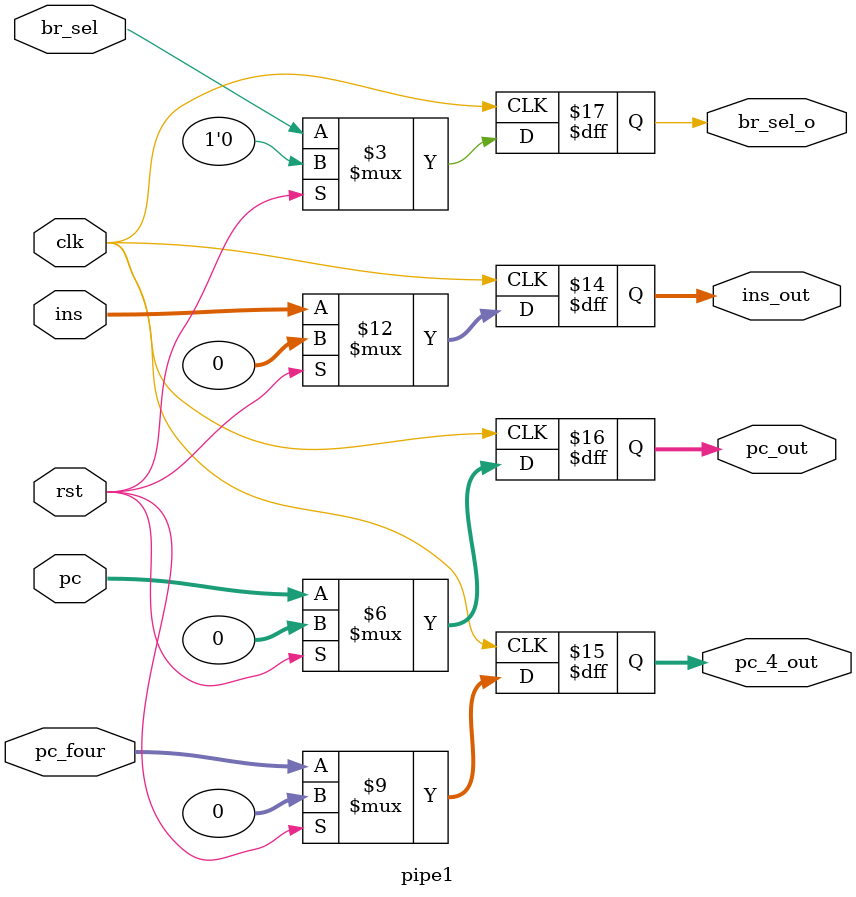
<source format=sv>
/* verilator lint_off EOFNEWLINE */
module pipe1(
	input logic [31:0] ins,
	input logic [31:0] pc_four,
	output logic [31:0] ins_out,
	output logic [31:0] pc_4_out,
	input logic [31:0] pc,
	output logic [31:0] pc_out,
	input clk,
	input br_sel,
	output br_sel_o,
	input rst
);
always @(posedge clk)
begin
	if(rst)
	begin
		ins_out <= 32'h00000000;
		pc_4_out <= 32'h00000000;
		pc_out <= 32'h00000000;
		br_sel_o <= 1'b0;
	end
	else
	begin
		ins_out <= ins;
		pc_4_out <= pc_four;
		pc_out <= pc;
		br_sel_o <= br_sel;
		
	end
end
endmodule

		

</source>
